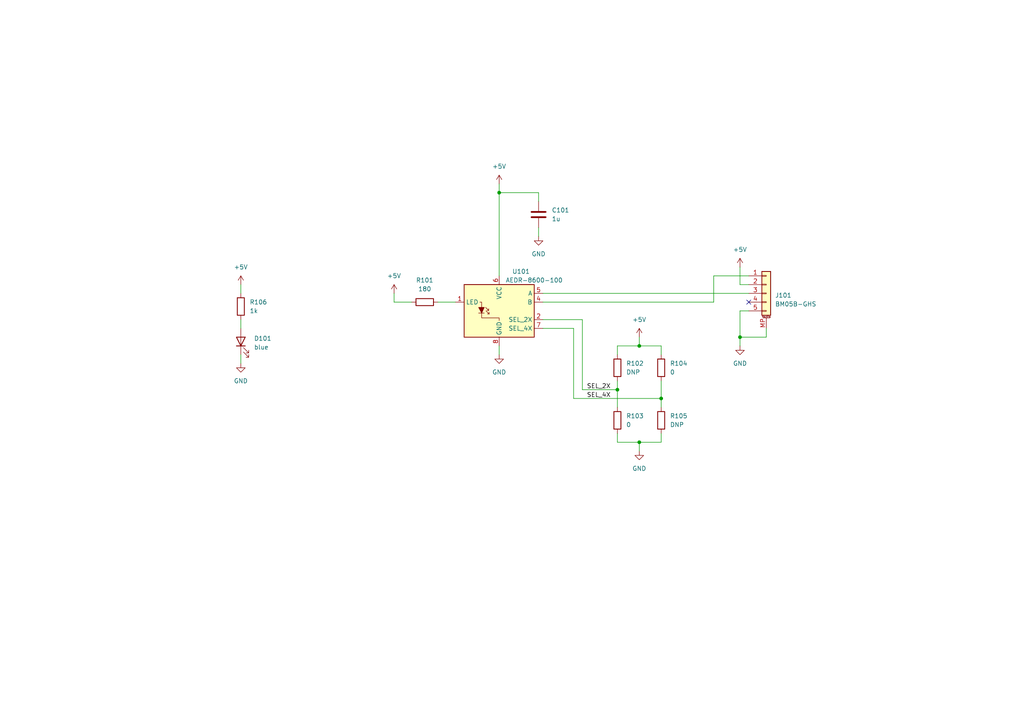
<source format=kicad_sch>
(kicad_sch (version 20210621) (generator eeschema)
  (paper "A4")
  (title_block (title "encoder-optical-aedr8600") (date "2021-11-06") (rev "rev1") (company "Raphael Lehmann"))
  (lib_symbols
    (symbol "AEDR-8600:AEDR-8600-100"
      (property "Reference" "U" (at -6.35 6.35 0))
      (property "Value" "AEDR-8600-100" (at 3.81 8.89 0))
      (symbol "AEDR-8600-100_0_1"
        (rectangle (start -10.16 7.62) (end 10.16 -7.62) (stroke (width 0.254)) (fill (type background)))
        (polyline (pts (xy -5.08 1.016) (xy -5.08 2.54) (xy -5.588 2.54)) (stroke (width 0.1524)))
        (polyline (pts (xy -5.08 -0.508) (xy -5.08 -2.032) (xy 0 -2.032) (xy 0 -2.794)) (stroke (width 0.1524)))
      )
      (symbol "AEDR-8600-100_1_1"
        (polyline (pts (xy -4.318 -0.635) (xy -5.969 -0.635)))
        (polyline (pts (xy -3.048 0.127) (xy -3.937 1.016)))
        (polyline (pts (xy -3.048 0.127) (xy -3.556 0.127)))
        (polyline (pts (xy -3.048 0.127) (xy -3.048 0.635)))
        (polyline (pts (xy -2.921 -0.889) (xy -3.81 0)))
        (polyline (pts (xy -2.921 -0.889) (xy -3.429 -0.889)))
        (polyline (pts (xy -2.921 -0.889) (xy -2.921 -0.381)))
        (polyline (pts (xy -4.318 1.016) (xy -5.969 1.016) (xy -5.08 -0.635) (xy -4.318 1.016)) (fill (type outline)))
        (pin power_in line (at -12.7 2.54 0) (length 2.54) (name "LED") (number "1"))
        (pin input line (at 12.7 -2.54 180) (length 2.54) (name "SEL_2X") (number "2"))
        (pin no_connect line (at -2.54 -7.62 90) (length 2.54) hide (name "NC") (number "3"))
        (pin output line (at 12.7 2.54 180) (length 2.54) (name "B") (number "4"))
        (pin output line (at 12.7 5.08 180) (length 2.54) (name "A") (number "5"))
        (pin power_in line (at 0 10.16 270) (length 2.54) (name "VCC") (number "6"))
        (pin input line (at 12.7 -5.08 180) (length 2.54) (name "SEL_4X") (number "7"))
        (pin power_in line (at 0 -10.16 90) (length 2.54) (name "GND") (number "8"))
      )
    )
    (symbol "Connector_Generic_MountingPin:Conn_01x05_MountingPin" (pin_names (offset 1.016) hide)
      (property "Reference" "J" (at 0 7.62 0))
      (property "Value" "Conn_01x05_MountingPin" (at 1.27 -7.62 0))
      (symbol "Conn_01x05_MountingPin_1_1"
        (rectangle (start -1.27 -4.953) (end 0 -5.207) (stroke (width 0.1524)))
        (rectangle (start -1.27 -2.413) (end 0 -2.667) (stroke (width 0.1524)))
        (rectangle (start -1.27 0.127) (end 0 -0.127) (stroke (width 0.1524)))
        (rectangle (start -1.27 2.667) (end 0 2.413) (stroke (width 0.1524)))
        (rectangle (start -1.27 5.207) (end 0 4.953) (stroke (width 0.1524)))
        (rectangle (start -1.27 6.35) (end 1.27 -6.35) (stroke (width 0.254)) (fill (type background)))
        (polyline (pts (xy -1.016 -7.112) (xy 1.016 -7.112)) (stroke (width 0.1524)))
        (text "Mounting" (at 0 -6.731 0) (effects (font (size 0.381 0.381))))
        (pin passive line (at -5.08 5.08 0) (length 3.81) (name "Pin_1") (number "1"))
        (pin passive line (at -5.08 2.54 0) (length 3.81) (name "Pin_2") (number "2"))
        (pin passive line (at -5.08 0 0) (length 3.81) (name "Pin_3") (number "3"))
        (pin passive line (at -5.08 -2.54 0) (length 3.81) (name "Pin_4") (number "4"))
        (pin passive line (at -5.08 -5.08 0) (length 3.81) (name "Pin_5") (number "5"))
        (pin passive line (at 0 -10.16 90) (length 3.048) (name "MountPin") (number "MP"))
      )
    )
    (symbol "Device:C" (pin_numbers hide) (pin_names (offset 0.254))
      (property "Reference" "C" (at 0.635 2.54 0))
      (property "Value" "C" (at 0.635 -2.54 0))
      (symbol "C_0_1"
        (polyline (pts (xy -2.032 -0.762) (xy 2.032 -0.762)) (stroke (width 0.508)))
        (polyline (pts (xy -2.032 0.762) (xy 2.032 0.762)) (stroke (width 0.508)))
      )
      (symbol "C_1_1"
        (pin passive line (at 0 3.81 270) (length 2.794) (name "~") (number "1"))
        (pin passive line (at 0 -3.81 90) (length 2.794) (name "~") (number "2"))
      )
    )
    (symbol "Device:LED" (pin_numbers hide) (pin_names (offset 1.016) hide)
      (property "Reference" "D" (at 0 2.54 0))
      (property "Value" "LED" (at 0 -2.54 0))
      (symbol "LED_0_1"
        (polyline (pts (xy -1.27 -1.27) (xy -1.27 1.27)) (stroke (width 0.254)))
        (polyline (pts (xy -1.27 0) (xy 1.27 0)))
        (polyline (pts (xy 1.27 -1.27) (xy 1.27 1.27) (xy -1.27 0) (xy 1.27 -1.27)) (stroke (width 0.254)))
        (polyline (pts (xy -3.048 -0.762) (xy -4.572 -2.286) (xy -3.81 -2.286) (xy -4.572 -2.286) (xy -4.572 -1.524)))
        (polyline (pts (xy -1.778 -0.762) (xy -3.302 -2.286) (xy -2.54 -2.286) (xy -3.302 -2.286) (xy -3.302 -1.524)))
      )
      (symbol "LED_1_1"
        (pin passive line (at -3.81 0 0) (length 2.54) (name "K") (number "1"))
        (pin passive line (at 3.81 0 180) (length 2.54) (name "A") (number "2"))
      )
    )
    (symbol "Device:R" (pin_numbers hide) (pin_names (offset 0))
      (property "Reference" "R" (at 2.032 0 90))
      (property "Value" "R" (at 0 0 90))
      (symbol "R_0_1"
        (rectangle (start -1.016 -2.54) (end 1.016 2.54) (stroke (width 0.254)))
      )
      (symbol "R_1_1"
        (pin passive line (at 0 3.81 270) (length 1.27) (name "~") (number "1"))
        (pin passive line (at 0 -3.81 90) (length 1.27) (name "~") (number "2"))
      )
    )
    (symbol "power:+5V" (power) (pin_names (offset 0))
      (property "Value" "+5V" (at 0 3.556 0))
      (symbol "+5V_0_1"
        (polyline (pts (xy -0.762 1.27) (xy 0 2.54)))
        (polyline (pts (xy 0 0) (xy 0 2.54)))
        (polyline (pts (xy 0 2.54) (xy 0.762 1.27)))
      )
      (symbol "+5V_1_1"
        (pin power_in line (at 0 0 90) (length 0) hide (name "+5V") (number "1"))
      )
    )
    (symbol "power:GND" (power) (pin_names (offset 0))
      (property "Value" "GND" (at 0 -3.81 0))
      (symbol "GND_0_1"
        (polyline (pts (xy 0 0) (xy 0 -1.27) (xy 1.27 -1.27) (xy 0 -2.54) (xy -1.27 -1.27) (xy 0 -1.27)))
      )
      (symbol "GND_1_1"
        (pin power_in line (at 0 0 270) (length 0) hide (name "GND") (number "1"))
      )
    )
  )
  (junction (at 144.78 55.88))
  (junction (at 179.07 113.03))
  (junction (at 185.42 100.33))
  (junction (at 185.42 128.27))
  (junction (at 191.77 115.57))
  (junction (at 214.63 97.79))
  (no_connect (at 217.17 87.63))
  (wire (pts (xy 69.85 82.55) (xy 69.85 85.09)))
  (wire (pts (xy 69.85 92.71) (xy 69.85 95.25)))
  (wire (pts (xy 69.85 102.87) (xy 69.85 105.41)))
  (wire (pts (xy 114.3 85.09) (xy 114.3 87.63)))
  (wire (pts (xy 114.3 87.63) (xy 119.38 87.63)))
  (wire (pts (xy 127 87.63) (xy 132.08 87.63)))
  (wire (pts (xy 144.78 53.34) (xy 144.78 55.88)))
  (wire (pts (xy 144.78 55.88) (xy 144.78 80.01)))
  (wire (pts (xy 144.78 55.88) (xy 156.21 55.88)))
  (wire (pts (xy 144.78 100.33) (xy 144.78 102.87)))
  (wire (pts (xy 156.21 58.42) (xy 156.21 55.88)))
  (wire (pts (xy 156.21 66.04) (xy 156.21 68.58)))
  (wire (pts (xy 157.48 85.09) (xy 217.17 85.09)))
  (wire (pts (xy 157.48 87.63) (xy 207.01 87.63)))
  (wire (pts (xy 157.48 92.71) (xy 168.91 92.71)))
  (wire (pts (xy 157.48 95.25) (xy 166.37 95.25)))
  (wire (pts (xy 166.37 95.25) (xy 166.37 115.57)))
  (wire (pts (xy 166.37 115.57) (xy 191.77 115.57)))
  (wire (pts (xy 168.91 92.71) (xy 168.91 113.03)))
  (wire (pts (xy 168.91 113.03) (xy 179.07 113.03)))
  (wire (pts (xy 179.07 100.33) (xy 179.07 102.87)))
  (wire (pts (xy 179.07 110.49) (xy 179.07 113.03)))
  (wire (pts (xy 179.07 113.03) (xy 179.07 118.11)))
  (wire (pts (xy 179.07 125.73) (xy 179.07 128.27)))
  (wire (pts (xy 179.07 128.27) (xy 185.42 128.27)))
  (wire (pts (xy 185.42 97.79) (xy 185.42 100.33)))
  (wire (pts (xy 185.42 100.33) (xy 179.07 100.33)))
  (wire (pts (xy 185.42 128.27) (xy 185.42 130.81)))
  (wire (pts (xy 185.42 128.27) (xy 191.77 128.27)))
  (wire (pts (xy 191.77 100.33) (xy 185.42 100.33)))
  (wire (pts (xy 191.77 102.87) (xy 191.77 100.33)))
  (wire (pts (xy 191.77 115.57) (xy 191.77 110.49)))
  (wire (pts (xy 191.77 115.57) (xy 191.77 118.11)))
  (wire (pts (xy 191.77 128.27) (xy 191.77 125.73)))
  (wire (pts (xy 207.01 80.01) (xy 217.17 80.01)))
  (wire (pts (xy 207.01 87.63) (xy 207.01 80.01)))
  (wire (pts (xy 214.63 77.47) (xy 214.63 82.55)))
  (wire (pts (xy 214.63 82.55) (xy 217.17 82.55)))
  (wire (pts (xy 214.63 90.17) (xy 217.17 90.17)))
  (wire (pts (xy 214.63 97.79) (xy 214.63 90.17)))
  (wire (pts (xy 214.63 97.79) (xy 222.25 97.79)))
  (wire (pts (xy 214.63 100.33) (xy 214.63 97.79)))
  (wire (pts (xy 222.25 95.25) (xy 222.25 97.79)))
  (label "SEL_2X" (at 170.18 113.03 0))
  (label "SEL_4X" (at 170.18 115.57 0))
  (symbol (lib_id "power:+5V") (at 69.85 82.55 0) (unit 1)
    (property "Reference" "#PWR0109" (effects hide))
    (property "Value" "+5V" (at 69.85 77.47 0))
  )
  (symbol (lib_id "power:+5V") (at 114.3 85.09 0) (unit 1)
    (property "Reference" "#PWR0101" (effects hide))
    (property "Value" "+5V" (at 114.3 80.01 0))
  )
  (symbol (lib_id "power:+5V") (at 144.78 53.34 0) (unit 1)
    (property "Reference" "#PWR0102" (effects hide))
    (property "Value" "+5V" (at 144.78 48.26 0))
  )
  (symbol (lib_id "power:+5V") (at 185.42 97.79 0) (unit 1)
    (property "Reference" "#PWR0108" (effects hide))
    (property "Value" "+5V" (at 185.42 92.71 0))
  )
  (symbol (lib_id "power:+5V") (at 214.63 77.47 0) (unit 1)
    (property "Reference" "#PWR0107" (effects hide))
    (property "Value" "+5V" (at 214.63 72.39 0))
  )
  (symbol (lib_id "power:GND") (at 69.85 105.41 0) (unit 1)
    (property "Reference" "#PWR0110" (effects hide))
    (property "Value" "GND" (at 69.85 110.49 0))
  )
  (symbol (lib_id "power:GND") (at 144.78 102.87 0) (unit 1)
    (property "Reference" "#PWR0104" (effects hide))
    (property "Value" "GND" (at 144.78 107.95 0))
  )
  (symbol (lib_id "power:GND") (at 156.21 68.58 0) (unit 1)
    (property "Reference" "#PWR0103" (effects hide))
    (property "Value" "GND" (at 156.21 73.66 0))
  )
  (symbol (lib_id "power:GND") (at 185.42 130.81 0) (unit 1)
    (property "Reference" "#PWR0105" (effects hide))
    (property "Value" "GND" (at 185.42 135.89 0))
  )
  (symbol (lib_id "power:GND") (at 214.63 100.33 0) (unit 1)
    (property "Reference" "#PWR0106" (effects hide))
    (property "Value" "GND" (at 214.63 105.41 0))
  )
  (symbol (lib_id "Device:R") (at 69.85 88.9 0) (unit 1)
    (property "Reference" "R106" (at 72.39 87.6299 0) (effects (justify left)))
    (property "Value" "1k" (at 72.39 90.1699 0) (effects (justify left)))
    (property "Footprint" "Resistor_SMD:R_0402_1005Metric" (effects hide))
  )
  (symbol (lib_id "Device:R") (at 123.19 87.63 90) (unit 1)
    (property "Reference" "R101" (at 123.19 81.28 90))
    (property "Value" "180" (at 123.19 83.82 90))
    (property "Footprint" "Resistor_SMD:R_0603_1608Metric" (effects hide))
  )
  (symbol (lib_id "Device:R") (at 179.07 106.68 0) (unit 1)
    (property "Reference" "R102" (at 181.61 105.4099 0) (effects (justify left)))
    (property "Value" "DNP" (at 181.61 107.9499 0) (effects (justify left)))
    (property "Footprint" "Resistor_SMD:R_0402_1005Metric" (effects hide))
  )
  (symbol (lib_id "Device:R") (at 179.07 121.92 0) (unit 1)
    (property "Reference" "R103" (at 181.61 120.6499 0) (effects (justify left)))
    (property "Value" "0" (at 181.61 123.1899 0) (effects (justify left)))
    (property "Footprint" "Resistor_SMD:R_0402_1005Metric" (effects hide))
  )
  (symbol (lib_id "Device:R") (at 191.77 106.68 0) (unit 1)
    (property "Reference" "R104" (at 194.31 105.4099 0) (effects (justify left)))
    (property "Value" "0" (at 194.31 107.9499 0) (effects (justify left)))
    (property "Footprint" "Resistor_SMD:R_0402_1005Metric" (effects hide))
  )
  (symbol (lib_id "Device:R") (at 191.77 121.92 0) (unit 1)
    (property "Reference" "R105" (at 194.31 120.6499 0) (effects (justify left)))
    (property "Value" "DNP" (at 194.31 123.1899 0) (effects (justify left)))
    (property "Footprint" "Resistor_SMD:R_0402_1005Metric" (effects hide))
  )
  (symbol (lib_id "Device:LED") (at 69.85 99.06 90) (unit 1)
    (property "Reference" "D101" (at 73.66 98.1708 90) (effects (justify right)))
    (property "Value" "blue" (at 73.66 100.7108 90) (effects (justify right)))
    (property "Footprint" "LED_SMD:LED_0402_1005Metric" (effects hide))
  )
  (symbol (lib_id "Device:C") (at 156.21 62.23 0) (unit 1)
    (property "Reference" "C101" (at 160.02 60.9599 0) (effects (justify left)))
    (property "Value" "1u" (at 160.02 63.4999 0) (effects (justify left)))
    (property "Footprint" "Capacitor_SMD:C_0603_1608Metric" (effects hide))
  )
  (symbol (lib_id "Connector_Generic_MountingPin:Conn_01x05_MountingPin") (at 222.25 85.09 0) (unit 1)
    (property "Reference" "J101" (at 224.79 85.6614 0) (effects (justify left)))
    (property "Value" "BM05B-GHS" (at 224.79 88.2014 0) (effects (justify left)))
    (property "Footprint" "Connector_JST:JST_GH_BM05B-GHS-TBT_1x05-1MP_P1.25mm_Vertical" (effects hide))
  )
  (symbol (lib_id "AEDR-8600:AEDR-8600-100") (at 144.78 90.17 0) (unit 1)
    (property "Reference" "U101" (at 151.13 78.74 0))
    (property "Value" "AEDR-8600-100" (at 154.94 81.28 0))
    (property "Footprint" "AEDR-8600:AEDR-8600" (effects hide))
    (property "Datasheet" "https://4donline.ihs.com/images/VipMasterIC/IC/AVGO/AVGOS04392/AVGOS04392-1.pdf?hkey=52A5661711E402568146F3353EA87419" (effects hide))
  )
)
</source>
